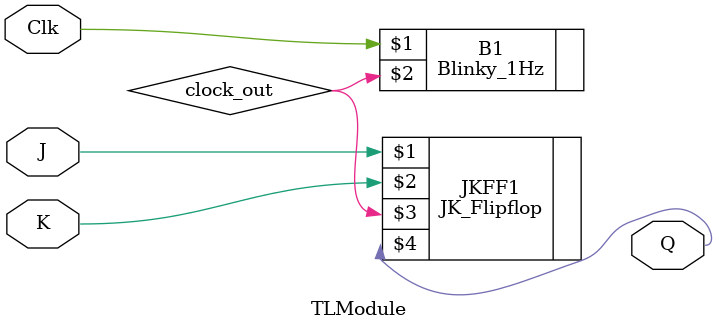
<source format=v>
`timescale 1ns / 1ps
module TLModule(J, K, Clk, Q);

input J, K, Clk;
output Q;


Blinky_1Hz B1(Clk, clock_out);
JK_Flipflop JKFF1(J, K, clock_out, Q);
 
endmodule

</source>
